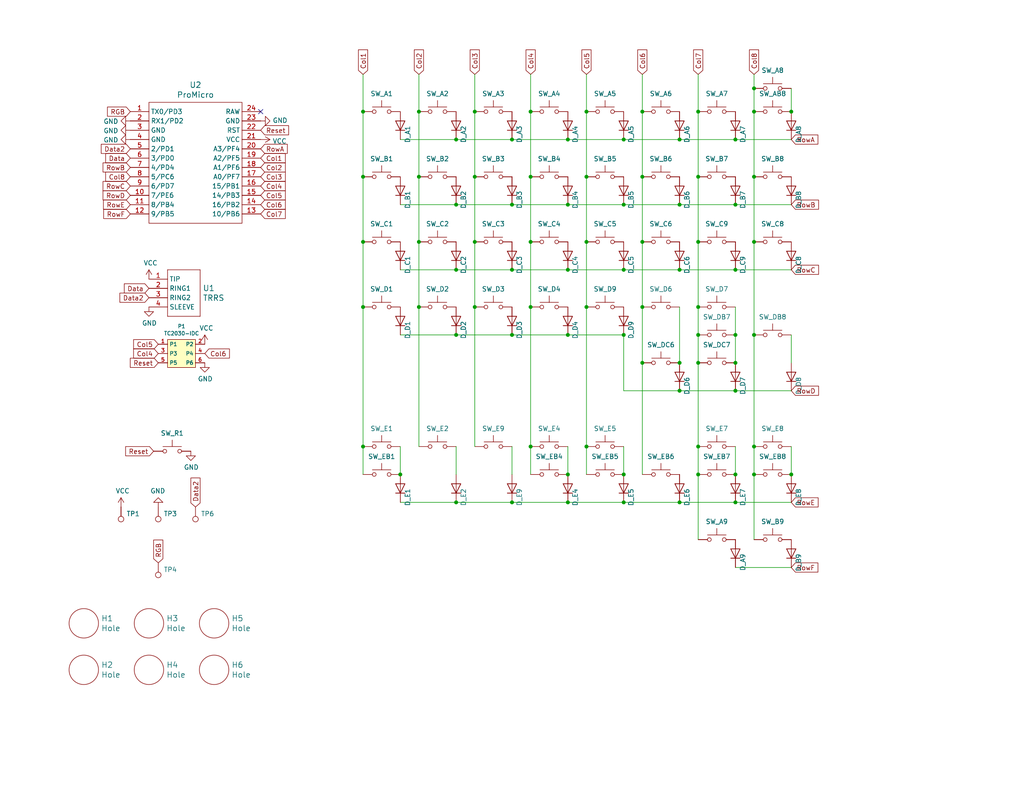
<source format=kicad_sch>
(kicad_sch (version 20230121) (generator eeschema)
  (paper "USLetter")
  (lib_symbols
    (symbol "Switch:SW_Push" (pin_numbers hide) (pin_names hide)
      (property "Reference" "SW" (at 1.27 2.54 0))
      (property "Value" "SW_Push" (at 0 -1.524 0))
      (symbol "SW_Push_0_1"
        (circle (center -2.032 0) (radius 0.508))
        (polyline (pts (xy 0 1.27) (xy 0 3.048)))
        (polyline (pts (xy 2.54 1.27) (xy -2.54 1.27)))
        (circle (center 2.032 0) (radius 0.508))
        (pin passive line (at -5.08 0 0) (length 2.54) (name "1") (number "1"))
        (pin passive line (at 5.08 0 180) (length 2.54) (name "2") (number "2"))
      )
    )
    (symbol "keebio:Hole"
      (property "Reference" "H" (at 0 -1.27 0))
      (property "Value" "Hole" (at 0 1.27 0))
      (symbol "Hole_0_1"
        (circle (center 0 0) (radius 4.0132))
      )
    )
    (symbol "keebio:ProMicro"
      (property "Reference" "U" (at 0 0 0))
      (property "Value" "ProMicro" (at 0 -19.05 0))
      (symbol "ProMicro_0_1"
        (rectangle (start -12.7 -16.51) (end 12.7 16.51))
      )
      (symbol "ProMicro_1_1"
        (pin input line (at -17.78 13.97 0) (length 5.08) (name "TX0/PD3") (number "1"))
        (pin input line (at -17.78 -8.89 0) (length 5.08) (name "7/PE6") (number "10"))
        (pin input line (at -17.78 -11.43 0) (length 5.08) (name "8/PB4") (number "11"))
        (pin input line (at -17.78 -13.97 0) (length 5.08) (name "9/PB5") (number "12"))
        (pin input line (at 17.78 -13.97 180) (length 5.08) (name "10/PB6") (number "13"))
        (pin input line (at 17.78 -11.43 180) (length 5.08) (name "16/PB2") (number "14"))
        (pin input line (at 17.78 -8.89 180) (length 5.08) (name "14/PB3") (number "15"))
        (pin input line (at 17.78 -6.35 180) (length 5.08) (name "15/PB1") (number "16"))
        (pin input line (at 17.78 -3.81 180) (length 5.08) (name "A0/PF7") (number "17"))
        (pin input line (at 17.78 -1.27 180) (length 5.08) (name "A1/PF6") (number "18"))
        (pin input line (at 17.78 1.27 180) (length 5.08) (name "A2/PF5") (number "19"))
        (pin input line (at -17.78 11.43 0) (length 5.08) (name "RX1/PD2") (number "2"))
        (pin input line (at 17.78 3.81 180) (length 5.08) (name "A3/PF4") (number "20"))
        (pin input line (at 17.78 6.35 180) (length 5.08) (name "VCC") (number "21"))
        (pin input line (at 17.78 8.89 180) (length 5.08) (name "RST") (number "22"))
        (pin input line (at 17.78 11.43 180) (length 5.08) (name "GND") (number "23"))
        (pin input line (at 17.78 13.97 180) (length 5.08) (name "RAW") (number "24"))
        (pin input line (at -17.78 8.89 0) (length 5.08) (name "GND") (number "3"))
        (pin input line (at -17.78 6.35 0) (length 5.08) (name "GND") (number "4"))
        (pin input line (at -17.78 3.81 0) (length 5.08) (name "2/PD1") (number "5"))
        (pin input line (at -17.78 1.27 0) (length 5.08) (name "3/PD0") (number "6"))
        (pin input line (at -17.78 -1.27 0) (length 5.08) (name "4/PD4") (number "7"))
        (pin input line (at -17.78 -3.81 0) (length 5.08) (name "5/PC6") (number "8"))
        (pin input line (at -17.78 -6.35 0) (length 5.08) (name "6/PD7") (number "9"))
      )
    )
    (symbol "power:GND" (power) (pin_names (offset 0))
      (property "Value" "GND" (at 0 -3.81 0))
      (symbol "GND_0_1"
        (polyline (pts (xy 0 0) (xy 0 -1.27) (xy 1.27 -1.27) (xy 0 -2.54) (xy -1.27 -1.27) (xy 0 -1.27)))
      )
      (symbol "GND_1_1"
        (pin power_in line (at 0 0 270) (length 0) hide (name "GND") (number "1"))
      )
    )
    (symbol "power:VCC" (power) (pin_names (offset 0))
      (property "Value" "VCC" (at 0 3.81 0))
      (symbol "VCC_0_1"
        (polyline (pts (xy -0.762 1.27) (xy 0 2.54)))
        (polyline (pts (xy 0 0) (xy 0 2.54)))
        (polyline (pts (xy 0 2.54) (xy 0.762 1.27)))
      )
      (symbol "VCC_1_1"
        (pin power_in line (at 0 0 90) (length 0) hide (name "VCC") (number "1"))
      )
    )
    (symbol "quefrency-right-65-rescue:D-device" (pin_numbers hide) (pin_names hide)
      (property "Reference" "D" (at 0 2.54 0))
      (property "Value" "D-device" (at 0 -2.54 0))
      (symbol "D-device_0_1"
        (polyline (pts (xy -1.27 1.27) (xy -1.27 -1.27)) (stroke (width 0.2032)))
        (polyline (pts (xy 1.27 0) (xy -1.27 0)))
        (polyline (pts (xy 1.27 1.27) (xy 1.27 -1.27) (xy -1.27 0) (xy 1.27 1.27)) (stroke (width 0.2032)))
      )
      (symbol "D-device_1_1"
        (pin passive line (at -3.81 0 0) (length 2.54) (name "K") (number "1"))
        (pin passive line (at 3.81 0 180) (length 2.54) (name "A") (number "2"))
      )
    )
    (symbol "quefrency-right-65-rescue:TC2030-IDC-Tag-Connect"
      (property "Reference" "P" (at -1.27 -5.08 0))
      (property "Value" "TC2030-IDC-Tag-Connect" (at 0 5.08 0))
      (symbol "TC2030-IDC-Tag-Connect_0_1"
        (rectangle (start 3.81 3.81) (end -3.81 -3.81) (fill (type background)))
      )
      (symbol "TC2030-IDC-Tag-Connect_1_1"
        (pin passive line (at -6.35 2.54 0) (length 2.54) (name "P1") (number "1"))
        (pin passive line (at 6.35 2.54 180) (length 2.54) (name "P2") (number "2"))
        (pin passive line (at -6.35 0 0) (length 2.54) (name "P3") (number "3"))
        (pin passive line (at 6.35 0 180) (length 2.54) (name "P4") (number "4"))
        (pin passive line (at -6.35 -2.54 0) (length 2.54) (name "P5") (number "5"))
        (pin passive line (at 6.35 -2.54 180) (length 2.54) (name "P6") (number "6"))
      )
    )
    (symbol "quefrency-right-65-rescue:TRRS-keebio"
      (property "Reference" "U" (at 0 15.24 0))
      (property "Value" "TRRS-keebio" (at 0 -2.54 0))
      (symbol "TRRS-keebio_0_1"
        (rectangle (start -3.81 0) (end -3.81 12.7))
        (rectangle (start -3.81 12.7) (end 5.08 12.7))
        (rectangle (start 5.08 0) (end -3.81 0))
        (rectangle (start 5.08 12.7) (end 5.08 0))
      )
      (symbol "TRRS-keebio_1_1"
        (pin input line (at -8.89 10.16 0) (length 5.08) (name "TIP") (number "1"))
        (pin input line (at -8.89 7.62 0) (length 5.08) (name "RING1") (number "2"))
        (pin input line (at -8.89 5.08 0) (length 5.08) (name "RING2") (number "3"))
        (pin input line (at -8.89 2.54 0) (length 5.08) (name "SLEEVE") (number "4"))
      )
    )
    (symbol "quefrency-right-65-rescue:Test_Point-Connector" (pin_numbers hide) (pin_names (offset 0.762) hide)
      (property "Reference" "TP" (at 0 6.858 0))
      (property "Value" "Test_Point-Connector" (at 0 5.08 0))
      (symbol "Test_Point-Connector_0_1"
        (circle (center 0 3.302) (radius 0.762))
      )
      (symbol "Test_Point-Connector_1_1"
        (pin passive line (at 0 0 90) (length 2.54) (name "1") (number "1"))
      )
    )
  )
  (junction (at 144.78 30.48))
  (junction (at 154.94 38.1))
  (junction (at 99.06 83.82))
  (junction (at 185.42 99.06))
  (junction (at 99.06 30.48))
  (junction (at 200.66 129.54))
  (junction (at 185.42 106.68))
  (junction (at 215.9 129.54))
  (junction (at 190.5 121.92))
  (junction (at 200.66 73.66))
  (junction (at 185.42 137.16))
  (junction (at 124.46 55.88))
  (junction (at 124.46 38.1))
  (junction (at 170.18 73.66))
  (junction (at 99.06 66.04))
  (junction (at 129.54 48.26))
  (junction (at 139.7 55.88))
  (junction (at 124.46 73.66))
  (junction (at 99.06 48.26))
  (junction (at 190.5 48.26))
  (junction (at 205.74 24.13))
  (junction (at 200.66 137.16))
  (junction (at 160.02 48.26))
  (junction (at 144.78 66.04))
  (junction (at 185.42 73.66))
  (junction (at 139.7 38.1))
  (junction (at 154.94 129.54))
  (junction (at 190.5 66.04))
  (junction (at 139.7 137.16))
  (junction (at 154.94 73.66))
  (junction (at 170.18 137.16))
  (junction (at 175.26 66.04))
  (junction (at 99.06 121.92))
  (junction (at 205.74 121.92))
  (junction (at 124.46 137.16))
  (junction (at 129.54 83.82))
  (junction (at 114.3 48.26))
  (junction (at 205.74 91.44))
  (junction (at 185.42 38.1))
  (junction (at 114.3 30.48))
  (junction (at 205.74 48.26))
  (junction (at 154.94 137.16))
  (junction (at 170.18 38.1))
  (junction (at 190.5 30.48))
  (junction (at 160.02 121.92))
  (junction (at 114.3 83.82))
  (junction (at 160.02 66.04))
  (junction (at 144.78 83.82))
  (junction (at 144.78 48.26))
  (junction (at 190.5 99.06))
  (junction (at 139.7 91.44))
  (junction (at 190.5 83.82))
  (junction (at 175.26 99.06))
  (junction (at 200.66 99.06))
  (junction (at 205.74 30.48))
  (junction (at 160.02 83.82))
  (junction (at 175.26 83.82))
  (junction (at 200.66 38.1))
  (junction (at 154.94 91.44))
  (junction (at 139.7 73.66))
  (junction (at 170.18 55.88))
  (junction (at 170.18 91.44))
  (junction (at 185.42 55.88))
  (junction (at 205.74 129.54))
  (junction (at 200.66 55.88))
  (junction (at 200.66 106.68))
  (junction (at 190.5 91.44))
  (junction (at 114.3 66.04))
  (junction (at 160.02 30.48))
  (junction (at 190.5 129.54))
  (junction (at 129.54 66.04))
  (junction (at 170.18 129.54))
  (junction (at 175.26 48.26))
  (junction (at 215.9 30.48))
  (junction (at 200.66 91.44))
  (junction (at 144.78 121.92))
  (junction (at 124.46 91.44))
  (junction (at 175.26 30.48))
  (junction (at 129.54 30.48))
  (junction (at 154.94 55.88))
  (junction (at 109.22 129.54))
  (junction (at 205.74 66.04))
  (no_connect (at 71.12 30.48))
  (wire (pts (xy 160.02 121.92) (xy 160.02 83.82)))
  (wire (pts (xy 185.42 106.68) (xy 200.66 106.68)))
  (wire (pts (xy 144.78 121.92) (xy 144.78 83.82)))
  (wire (pts (xy 129.54 66.04) (xy 129.54 48.26)))
  (wire (pts (xy 144.78 66.04) (xy 144.78 48.26)))
  (wire (pts (xy 129.54 30.48) (xy 129.54 20.32)))
  (wire (pts (xy 175.26 66.04) (xy 175.26 48.26)))
  (wire (pts (xy 154.94 38.1) (xy 139.7 38.1)))
  (wire (pts (xy 170.18 91.44) (xy 170.18 106.68)))
  (wire (pts (xy 185.42 55.88) (xy 200.66 55.88)))
  (wire (pts (xy 175.26 83.82) (xy 175.26 99.06)))
  (wire (pts (xy 124.46 73.66) (xy 139.7 73.66)))
  (wire (pts (xy 144.78 48.26) (xy 144.78 30.48)))
  (wire (pts (xy 160.02 83.82) (xy 160.02 66.04)))
  (wire (pts (xy 109.22 121.92) (xy 109.22 129.54)))
  (wire (pts (xy 205.74 66.04) (xy 205.74 91.44)))
  (wire (pts (xy 129.54 48.26) (xy 129.54 30.48)))
  (wire (pts (xy 109.22 55.88) (xy 124.46 55.88)))
  (wire (pts (xy 215.9 30.48) (xy 215.9 24.13)))
  (wire (pts (xy 99.06 30.48) (xy 99.06 20.32)))
  (wire (pts (xy 190.5 121.92) (xy 190.5 99.06)))
  (wire (pts (xy 154.94 137.16) (xy 170.18 137.16)))
  (wire (pts (xy 114.3 66.04) (xy 114.3 48.26)))
  (wire (pts (xy 190.5 30.48) (xy 190.5 20.32)))
  (wire (pts (xy 200.66 106.68) (xy 215.9 106.68)))
  (wire (pts (xy 124.46 137.16) (xy 139.7 137.16)))
  (wire (pts (xy 160.02 66.04) (xy 160.02 48.26)))
  (wire (pts (xy 124.46 121.92) (xy 124.46 129.54)))
  (wire (pts (xy 205.74 147.32) (xy 205.74 129.54)))
  (wire (pts (xy 200.66 154.94) (xy 215.9 154.94)))
  (wire (pts (xy 160.02 129.54) (xy 160.02 121.92)))
  (wire (pts (xy 99.06 83.82) (xy 99.06 121.92)))
  (wire (pts (xy 170.18 137.16) (xy 185.42 137.16)))
  (wire (pts (xy 124.46 38.1) (xy 109.22 38.1)))
  (wire (pts (xy 170.18 38.1) (xy 154.94 38.1)))
  (wire (pts (xy 205.74 48.26) (xy 205.74 30.48)))
  (wire (pts (xy 175.26 30.48) (xy 175.26 20.32)))
  (wire (pts (xy 129.54 83.82) (xy 129.54 66.04)))
  (wire (pts (xy 139.7 129.54) (xy 139.7 121.92)))
  (wire (pts (xy 99.06 48.26) (xy 99.06 30.48)))
  (wire (pts (xy 200.66 129.54) (xy 200.66 121.92)))
  (wire (pts (xy 200.66 38.1) (xy 215.9 38.1)))
  (wire (pts (xy 190.5 147.32) (xy 190.5 129.54)))
  (wire (pts (xy 124.46 91.44) (xy 139.7 91.44)))
  (wire (pts (xy 109.22 137.16) (xy 124.46 137.16)))
  (wire (pts (xy 114.3 66.04) (xy 114.3 83.82)))
  (wire (pts (xy 99.06 66.04) (xy 99.06 83.82)))
  (wire (pts (xy 154.94 129.54) (xy 154.94 121.92)))
  (wire (pts (xy 175.26 99.06) (xy 175.26 129.54)))
  (wire (pts (xy 215.9 129.54) (xy 215.9 121.92)))
  (wire (pts (xy 185.42 137.16) (xy 200.66 137.16)))
  (wire (pts (xy 205.74 91.44) (xy 205.74 121.92)))
  (wire (pts (xy 190.5 83.82) (xy 190.5 91.44)))
  (wire (pts (xy 109.22 73.66) (xy 124.46 73.66)))
  (wire (pts (xy 160.02 30.48) (xy 160.02 20.32)))
  (wire (pts (xy 154.94 73.66) (xy 170.18 73.66)))
  (wire (pts (xy 200.66 91.44) (xy 200.66 99.06)))
  (wire (pts (xy 124.46 55.88) (xy 139.7 55.88)))
  (wire (pts (xy 144.78 83.82) (xy 144.78 66.04)))
  (wire (pts (xy 114.3 121.92) (xy 114.3 83.82)))
  (wire (pts (xy 144.78 30.48) (xy 144.78 20.32)))
  (wire (pts (xy 99.06 129.54) (xy 99.06 121.92)))
  (wire (pts (xy 215.9 91.44) (xy 215.9 99.06)))
  (wire (pts (xy 139.7 137.16) (xy 154.94 137.16)))
  (wire (pts (xy 170.18 55.88) (xy 185.42 55.88)))
  (wire (pts (xy 200.66 83.82) (xy 200.66 91.44)))
  (wire (pts (xy 190.5 83.82) (xy 190.5 66.04)))
  (wire (pts (xy 185.42 38.1) (xy 170.18 38.1)))
  (wire (pts (xy 144.78 129.54) (xy 144.78 121.92)))
  (wire (pts (xy 139.7 55.88) (xy 154.94 55.88)))
  (wire (pts (xy 205.74 66.04) (xy 205.74 48.26)))
  (wire (pts (xy 185.42 83.82) (xy 185.42 99.06)))
  (wire (pts (xy 129.54 121.92) (xy 129.54 83.82)))
  (wire (pts (xy 139.7 38.1) (xy 124.46 38.1)))
  (wire (pts (xy 190.5 48.26) (xy 190.5 30.48)))
  (wire (pts (xy 205.74 24.13) (xy 205.74 20.32)))
  (wire (pts (xy 154.94 91.44) (xy 170.18 91.44)))
  (wire (pts (xy 175.26 83.82) (xy 175.26 66.04)))
  (wire (pts (xy 200.66 137.16) (xy 215.9 137.16)))
  (wire (pts (xy 185.42 73.66) (xy 200.66 73.66)))
  (wire (pts (xy 200.66 38.1) (xy 185.42 38.1)))
  (wire (pts (xy 154.94 55.88) (xy 170.18 55.88)))
  (wire (pts (xy 114.3 30.48) (xy 114.3 20.32)))
  (wire (pts (xy 170.18 129.54) (xy 170.18 121.92)))
  (wire (pts (xy 170.18 73.66) (xy 185.42 73.66)))
  (wire (pts (xy 109.22 91.44) (xy 124.46 91.44)))
  (wire (pts (xy 190.5 99.06) (xy 190.5 91.44)))
  (wire (pts (xy 114.3 48.26) (xy 114.3 30.48)))
  (wire (pts (xy 190.5 129.54) (xy 190.5 121.92)))
  (wire (pts (xy 99.06 48.26) (xy 99.06 66.04)))
  (wire (pts (xy 200.66 55.88) (xy 215.9 55.88)))
  (wire (pts (xy 160.02 48.26) (xy 160.02 30.48)))
  (wire (pts (xy 175.26 48.26) (xy 175.26 30.48)))
  (wire (pts (xy 205.74 129.54) (xy 205.74 121.92)))
  (wire (pts (xy 170.18 106.68) (xy 185.42 106.68)))
  (wire (pts (xy 139.7 73.66) (xy 154.94 73.66)))
  (wire (pts (xy 200.66 73.66) (xy 215.9 73.66)))
  (wire (pts (xy 190.5 66.04) (xy 190.5 48.26)))
  (wire (pts (xy 205.74 24.13) (xy 205.74 30.48)))
  (wire (pts (xy 139.7 91.44) (xy 154.94 91.44)))
  (global_label "RGB" (shape input) (at 43.18 153.67 90) (property "Intersheetrefs" "${INTERSHEET_REFS}" (effects hide)))
  (global_label "RowB" (shape input) (at 35.56 45.72 180) (property "Intersheetrefs" "${INTERSHEET_REFS}" (effects hide)))
  (global_label "Col2" (shape input) (at 114.3 20.32 90) (property "Intersheetrefs" "${INTERSHEET_REFS}" (effects hide)))
  (global_label "RowF" (shape input) (at 35.56 58.42 180) (property "Intersheetrefs" "${INTERSHEET_REFS}" (effects hide)))
  (global_label "RowC" (shape input) (at 35.56 50.8 180) (property "Intersheetrefs" "${INTERSHEET_REFS}" (effects hide)))
  (global_label "RowD" (shape input) (at 35.56 53.34 180) (property "Intersheetrefs" "${INTERSHEET_REFS}" (effects hide)))
  (global_label "Data" (shape input) (at 35.56 43.18 180) (property "Intersheetrefs" "${INTERSHEET_REFS}" (effects hide)))
  (global_label "Col8" (shape input) (at 205.74 20.32 90) (property "Intersheetrefs" "${INTERSHEET_REFS}" (effects hide)))
  (global_label "RowE" (shape input) (at 215.9 137.16 0) (property "Intersheetrefs" "${INTERSHEET_REFS}" (effects hide)))
  (global_label "Col4" (shape input) (at 43.18 96.52 180) (property "Intersheetrefs" "${INTERSHEET_REFS}" (effects hide)))
  (global_label "Col6" (shape input) (at 71.12 55.88 0) (property "Intersheetrefs" "${INTERSHEET_REFS}" (effects hide)))
  (global_label "Col7" (shape input) (at 71.12 58.42 0) (property "Intersheetrefs" "${INTERSHEET_REFS}" (effects hide)))
  (global_label "RowF" (shape input) (at 215.9 154.94 0) (property "Intersheetrefs" "${INTERSHEET_REFS}" (effects hide)))
  (global_label "Data2" (shape input) (at 35.56 40.64 180) (property "Intersheetrefs" "${INTERSHEET_REFS}" (effects hide)))
  (global_label "Col1" (shape input) (at 71.12 43.18 0) (property "Intersheetrefs" "${INTERSHEET_REFS}" (effects hide)))
  (global_label "Col2" (shape input) (at 71.12 45.72 0) (property "Intersheetrefs" "${INTERSHEET_REFS}" (effects hide)))
  (global_label "Data2" (shape input) (at 40.64 81.28 180) (property "Intersheetrefs" "${INTERSHEET_REFS}" (effects hide)))
  (global_label "RowB" (shape input) (at 215.9 55.88 0) (property "Intersheetrefs" "${INTERSHEET_REFS}" (effects hide)))
  (global_label "Data2" (shape input) (at 53.34 138.43 90) (property "Intersheetrefs" "${INTERSHEET_REFS}" (effects hide)))
  (global_label "RowC" (shape input) (at 215.9 73.66 0) (property "Intersheetrefs" "${INTERSHEET_REFS}" (effects hide)))
  (global_label "Col6" (shape input) (at 55.88 96.52 0) (property "Intersheetrefs" "${INTERSHEET_REFS}" (effects hide)))
  (global_label "Col3" (shape input) (at 71.12 48.26 0) (property "Intersheetrefs" "${INTERSHEET_REFS}" (effects hide)))
  (global_label "Reset" (shape input) (at 41.91 123.19 180) (property "Intersheetrefs" "${INTERSHEET_REFS}" (effects hide)))
  (global_label "Data" (shape input) (at 40.64 78.74 180) (property "Intersheetrefs" "${INTERSHEET_REFS}" (effects hide)))
  (global_label "Reset" (shape input) (at 43.18 99.06 180) (property "Intersheetrefs" "${INTERSHEET_REFS}" (effects hide)))
  (global_label "Col1" (shape input) (at 99.06 20.32 90) (property "Intersheetrefs" "${INTERSHEET_REFS}" (effects hide)))
  (global_label "RowD" (shape input) (at 215.9 106.68 0) (property "Intersheetrefs" "${INTERSHEET_REFS}" (effects hide)))
  (global_label "Col6" (shape input) (at 175.26 20.32 90) (property "Intersheetrefs" "${INTERSHEET_REFS}" (effects hide)))
  (global_label "RowA" (shape input) (at 71.12 40.64 0) (property "Intersheetrefs" "${INTERSHEET_REFS}" (effects hide)))
  (global_label "Col8" (shape input) (at 35.56 48.26 180) (property "Intersheetrefs" "${INTERSHEET_REFS}" (effects hide)))
  (global_label "Col4" (shape input) (at 71.12 50.8 0) (property "Intersheetrefs" "${INTERSHEET_REFS}" (effects hide)))
  (global_label "Reset" (shape input) (at 71.12 35.56 0) (property "Intersheetrefs" "${INTERSHEET_REFS}" (effects hide)))
  (global_label "RGB" (shape input) (at 35.56 30.48 180) (property "Intersheetrefs" "${INTERSHEET_REFS}" (effects hide)))
  (global_label "Col5" (shape input) (at 43.18 93.98 180) (property "Intersheetrefs" "${INTERSHEET_REFS}" (effects hide)))
  (global_label "RowE" (shape input) (at 35.56 55.88 180) (property "Intersheetrefs" "${INTERSHEET_REFS}" (effects hide)))
  (global_label "Col3" (shape input) (at 129.54 20.32 90) (property "Intersheetrefs" "${INTERSHEET_REFS}" (effects hide)))
  (global_label "Col5" (shape input) (at 71.12 53.34 0) (property "Intersheetrefs" "${INTERSHEET_REFS}" (effects hide)))
  (global_label "Col5" (shape input) (at 160.02 20.32 90) (property "Intersheetrefs" "${INTERSHEET_REFS}" (effects hide)))
  (global_label "RowA" (shape input) (at 215.9 38.1 0) (property "Intersheetrefs" "${INTERSHEET_REFS}" (effects hide)))
  (global_label "Col7" (shape input) (at 190.5 20.32 90) (property "Intersheetrefs" "${INTERSHEET_REFS}" (effects hide)))
  (global_label "Col4" (shape input) (at 144.78 20.32 90) (property "Intersheetrefs" "${INTERSHEET_REFS}" (effects hide)))
  (symbol (lib_id "keebio:ProMicro") (at 53.34 44.45 0) (unit 1)
    (property "Reference" "U2" (at 53.34 23.1902 0) (effects (font (size 1.524 1.524))))
    (property "Value" "ProMicro" (at 53.34 25.8826 0) (effects (font (size 1.524 1.524))))
    (property "Footprint" "Keebio-Parts:ArduinoProMicro-ZigZag" (effects hide))
  )
  (symbol (lib_id "quefrency-right-65-rescue:TRRS-keebio") (at 49.53 86.36 0) (unit 1)
    (property "Reference" "U1" (at 55.3212 78.6638 0) (effects (font (size 1.524 1.524)) (justify left)))
    (property "Value" "TRRS" (at 55.3212 81.3562 0) (effects (font (size 1.524 1.524)) (justify left)))
    (property "Footprint" "Keebio-Parts:TRRS-PJ-320A" (effects hide))
  )
  (symbol (lib_id "quefrency-right-65-rescue:TC2030-IDC-Tag-Connect") (at 49.53 96.52 0) (unit 1)
    (property "Reference" "P1" (at 49.53 89.1032 0) (effects (font (size 1.016 1.016))))
    (property "Value" "TC2030-IDC" (at 49.53 91.0336 0) (effects (font (size 1.016 1.016))))
    (property "Footprint" "Tag-Connect:TC2030-NL_SMALL" (effects hide))
  )
  (symbol (lib_id "power:GND") (at 35.56 35.56 270) (unit 1)
    (property "Reference" "#PWR0102" (effects hide))
    (property "Value" "GND" (at 32.3088 35.687 90) (effects (justify right)))
  )
  (symbol (lib_id "power:GND") (at 35.56 38.1 270) (unit 1)
    (property "Reference" "#PWR0103" (effects hide))
    (property "Value" "GND" (at 32.3088 38.227 90) (effects (justify right)))
  )
  (symbol (lib_id "Switch:SW_Push") (at 104.14 30.48 0) (unit 1)
    (property "Reference" "SW_A1" (at 104.14 25.5778 0))
    (property "Value" "SW_Push" (effects hide))
    (property "Footprint" "MX_Alps_Hybrid:MX-1U-NoLED" (effects hide))
  )
  (symbol (lib_id "quefrency-right-65-rescue:D-device") (at 109.22 34.29 90) (unit 1)
    (property "Reference" "D_A1" (at 111.2266 34.29 0) (effects (justify right)))
    (property "Value" "D" (effects hide))
    (property "Footprint" "Keebio-Parts:Diode-Hybrid-Back" (effects hide))
  )
  (symbol (lib_id "Switch:SW_Push") (at 119.38 30.48 0) (unit 1)
    (property "Reference" "SW_A2" (at 119.38 25.5778 0))
    (property "Value" "SW_Push" (effects hide))
    (property "Footprint" "MX_Alps_Hybrid:MX-1U-NoLED" (effects hide))
  )
  (symbol (lib_id "quefrency-right-65-rescue:D-device") (at 124.46 34.29 90) (unit 1)
    (property "Reference" "D_A2" (at 126.4666 34.29 0) (effects (justify right)))
    (property "Value" "D" (effects hide))
    (property "Footprint" "Keebio-Parts:Diode-Hybrid-Back" (effects hide))
  )
  (symbol (lib_id "Switch:SW_Push") (at 134.62 30.48 0) (unit 1)
    (property "Reference" "SW_A3" (at 134.62 25.5778 0))
    (property "Value" "SW_Push" (effects hide))
    (property "Footprint" "MX_Alps_Hybrid:MX-1U-NoLED" (effects hide))
  )
  (symbol (lib_id "quefrency-right-65-rescue:D-device") (at 139.7 34.29 90) (unit 1)
    (property "Reference" "D_A3" (at 141.7066 34.29 0) (effects (justify right)))
    (property "Value" "D" (effects hide))
    (property "Footprint" "Keebio-Parts:Diode-Hybrid-Back" (effects hide))
  )
  (symbol (lib_id "Switch:SW_Push") (at 149.86 30.48 0) (unit 1)
    (property "Reference" "SW_A4" (at 149.86 25.5778 0))
    (property "Value" "SW_Push" (effects hide))
    (property "Footprint" "MX_Alps_Hybrid:MX-1U-NoLED" (effects hide))
  )
  (symbol (lib_id "quefrency-right-65-rescue:D-device") (at 154.94 34.29 90) (unit 1)
    (property "Reference" "D_A4" (at 156.9466 34.29 0) (effects (justify right)))
    (property "Value" "D" (effects hide))
    (property "Footprint" "Keebio-Parts:Diode-Hybrid-Back" (effects hide))
  )
  (symbol (lib_id "Switch:SW_Push") (at 165.1 30.48 0) (unit 1)
    (property "Reference" "SW_A5" (at 165.1 25.5778 0))
    (property "Value" "SW_Push" (effects hide))
    (property "Footprint" "MX_Alps_Hybrid:MX-1U-NoLED" (effects hide))
  )
  (symbol (lib_id "quefrency-right-65-rescue:D-device") (at 170.18 34.29 90) (unit 1)
    (property "Reference" "D_A5" (at 172.1866 34.29 0) (effects (justify right)))
    (property "Value" "D" (effects hide))
    (property "Footprint" "Keebio-Parts:Diode-Hybrid-Back" (effects hide))
  )
  (symbol (lib_id "Switch:SW_Push") (at 180.34 30.48 0) (unit 1)
    (property "Reference" "SW_A6" (at 180.34 25.5778 0))
    (property "Value" "SW_Push" (effects hide))
    (property "Footprint" "MX_Alps_Hybrid:MX-1U-NoLED" (effects hide))
  )
  (symbol (lib_id "quefrency-right-65-rescue:D-device") (at 185.42 34.29 90) (unit 1)
    (property "Reference" "D_A6" (at 187.4266 34.29 0) (effects (justify right)))
    (property "Value" "D" (effects hide))
    (property "Footprint" "Keebio-Parts:Diode-Hybrid-Back" (effects hide))
  )
  (symbol (lib_id "Switch:SW_Push") (at 195.58 30.48 0) (unit 1)
    (property "Reference" "SW_A7" (at 195.58 25.5778 0))
    (property "Value" "SW_Push" (effects hide))
    (property "Footprint" "MX_Alps_Hybrid:MX-1U-NoLED" (effects hide))
  )
  (symbol (lib_id "quefrency-right-65-rescue:D-device") (at 200.66 34.29 90) (unit 1)
    (property "Reference" "D_A7" (at 202.6666 34.29 0) (effects (justify right)))
    (property "Value" "D" (effects hide))
    (property "Footprint" "Keebio-Parts:Diode-Hybrid-Back" (effects hide))
  )
  (symbol (lib_id "Switch:SW_Push") (at 104.14 48.26 0) (unit 1)
    (property "Reference" "SW_B1" (at 104.14 43.3578 0))
    (property "Value" "SW_Push" (effects hide))
    (property "Footprint" "MX_Alps_Hybrid:MX-1U-NoLED" (effects hide))
  )
  (symbol (lib_id "quefrency-right-65-rescue:D-device") (at 109.22 52.07 90) (unit 1)
    (property "Reference" "D_B1" (at 111.2266 52.07 0) (effects (justify right)))
    (property "Value" "D" (effects hide))
    (property "Footprint" "Keebio-Parts:Diode-Hybrid-Back" (effects hide))
  )
  (symbol (lib_id "Switch:SW_Push") (at 119.38 48.26 0) (unit 1)
    (property "Reference" "SW_B2" (at 119.38 43.3578 0))
    (property "Value" "SW_Push" (effects hide))
    (property "Footprint" "MX_Alps_Hybrid:MX-1U-NoLED" (effects hide))
  )
  (symbol (lib_id "quefrency-right-65-rescue:D-device") (at 124.46 52.07 90) (unit 1)
    (property "Reference" "D_B2" (at 126.4666 52.07 0) (effects (justify right)))
    (property "Value" "D" (effects hide))
    (property "Footprint" "Keebio-Parts:Diode-Hybrid-Back" (effects hide))
  )
  (symbol (lib_id "Switch:SW_Push") (at 134.62 48.26 0) (unit 1)
    (property "Reference" "SW_B3" (at 134.62 43.3578 0))
    (property "Value" "SW_Push" (effects hide))
    (property "Footprint" "MX_Alps_Hybrid:MX-1U-NoLED" (effects hide))
  )
  (symbol (lib_id "quefrency-right-65-rescue:D-device") (at 139.7 52.07 90) (unit 1)
    (property "Reference" "D_B3" (at 141.7066 52.07 0) (effects (justify right)))
    (property "Value" "D" (effects hide))
    (property "Footprint" "Keebio-Parts:Diode-Hybrid-Back" (effects hide))
  )
  (symbol (lib_id "Switch:SW_Push") (at 149.86 48.26 0) (unit 1)
    (property "Reference" "SW_B4" (at 149.86 43.3578 0))
    (property "Value" "SW_Push" (effects hide))
    (property "Footprint" "MX_Alps_Hybrid:MX-1U-NoLED" (effects hide))
  )
  (symbol (lib_id "quefrency-right-65-rescue:D-device") (at 154.94 52.07 90) (unit 1)
    (property "Reference" "D_B4" (at 156.9466 52.07 0) (effects (justify right)))
    (property "Value" "D" (effects hide))
    (property "Footprint" "Keebio-Parts:Diode-Hybrid-Back" (effects hide))
  )
  (symbol (lib_id "Switch:SW_Push") (at 165.1 48.26 0) (unit 1)
    (property "Reference" "SW_B5" (at 165.1 43.3578 0))
    (property "Value" "SW_Push" (effects hide))
    (property "Footprint" "MX_Alps_Hybrid:MX-1U-NoLED" (effects hide))
  )
  (symbol (lib_id "quefrency-right-65-rescue:D-device") (at 170.18 52.07 90) (unit 1)
    (property "Reference" "D_B5" (at 172.1866 52.07 0) (effects (justify right)))
    (property "Value" "D" (effects hide))
    (property "Footprint" "Keebio-Parts:Diode-Hybrid-Back" (effects hide))
  )
  (symbol (lib_id "Switch:SW_Push") (at 180.34 48.26 0) (unit 1)
    (property "Reference" "SW_B6" (at 180.34 43.3578 0))
    (property "Value" "SW_Push" (effects hide))
    (property "Footprint" "MX_Alps_Hybrid:MX-1U-NoLED" (effects hide))
  )
  (symbol (lib_id "quefrency-right-65-rescue:D-device") (at 185.42 52.07 90) (unit 1)
    (property "Reference" "D_B6" (at 187.4266 52.07 0) (effects (justify right)))
    (property "Value" "D" (effects hide))
    (property "Footprint" "Keebio-Parts:Diode-Hybrid-Back" (effects hide))
  )
  (symbol (lib_id "Switch:SW_Push") (at 104.14 66.04 0) (unit 1)
    (property "Reference" "SW_C1" (at 104.14 61.1378 0))
    (property "Value" "SW_Push" (effects hide))
    (property "Footprint" "MX_Alps_Hybrid:MX-1U-NoLED" (effects hide))
  )
  (symbol (lib_id "quefrency-right-65-rescue:D-device") (at 109.22 69.85 90) (unit 1)
    (property "Reference" "D_C1" (at 111.2266 69.85 0) (effects (justify right)))
    (property "Value" "D" (effects hide))
    (property "Footprint" "Keebio-Parts:Diode-Hybrid-Back" (effects hide))
  )
  (symbol (lib_id "Switch:SW_Push") (at 119.38 66.04 0) (unit 1)
    (property "Reference" "SW_C2" (at 119.38 61.1378 0))
    (property "Value" "SW_Push" (effects hide))
    (property "Footprint" "MX_Alps_Hybrid:MX-1U-NoLED" (effects hide))
  )
  (symbol (lib_id "quefrency-right-65-rescue:D-device") (at 124.46 69.85 90) (unit 1)
    (property "Reference" "D_C2" (at 126.4666 69.85 0) (effects (justify right)))
    (property "Value" "D" (effects hide))
    (property "Footprint" "Keebio-Parts:Diode-Hybrid-Back" (effects hide))
  )
  (symbol (lib_id "Switch:SW_Push") (at 134.62 66.04 0) (unit 1)
    (property "Reference" "SW_C3" (at 134.62 61.1378 0))
    (property "Value" "SW_Push" (effects hide))
    (property "Footprint" "MX_Alps_Hybrid:MX-1U-NoLED" (effects hide))
  )
  (symbol (lib_id "quefrency-right-65-rescue:D-device") (at 139.7 69.85 90) (unit 1)
    (property "Reference" "D_C3" (at 141.7066 69.85 0) (effects (justify right)))
    (property "Value" "D" (effects hide))
    (property "Footprint" "Keebio-Parts:Diode-Hybrid-Back" (effects hide))
  )
  (symbol (lib_id "Switch:SW_Push") (at 149.86 66.04 0) (unit 1)
    (property "Reference" "SW_C4" (at 149.86 61.1378 0))
    (property "Value" "SW_Push" (effects hide))
    (property "Footprint" "MX_Alps_Hybrid:MX-1U-NoLED" (effects hide))
  )
  (symbol (lib_id "quefrency-right-65-rescue:D-device") (at 154.94 69.85 90) (unit 1)
    (property "Reference" "D_C4" (at 156.9466 69.85 0) (effects (justify right)))
    (property "Value" "D" (effects hide))
    (property "Footprint" "Keebio-Parts:Diode-Hybrid-Back" (effects hide))
  )
  (symbol (lib_id "Switch:SW_Push") (at 165.1 66.04 0) (unit 1)
    (property "Reference" "SW_C5" (at 165.1 61.1378 0))
    (property "Value" "SW_Push" (effects hide))
    (property "Footprint" "MX_Alps_Hybrid:MX-1U-NoLED" (effects hide))
  )
  (symbol (lib_id "quefrency-right-65-rescue:D-device") (at 170.18 69.85 90) (unit 1)
    (property "Reference" "D_C5" (at 172.1866 69.85 0) (effects (justify right)))
    (property "Value" "D" (effects hide))
    (property "Footprint" "Keebio-Parts:Diode-Hybrid-Back" (effects hide))
  )
  (symbol (lib_id "Switch:SW_Push") (at 180.34 66.04 0) (unit 1)
    (property "Reference" "SW_C6" (at 180.34 61.1378 0))
    (property "Value" "SW_Push" (effects hide))
    (property "Footprint" "MX_Alps_Hybrid:MX-1U-NoLED" (effects hide))
  )
  (symbol (lib_id "quefrency-right-65-rescue:D-device") (at 185.42 69.85 90) (unit 1)
    (property "Reference" "D_C6" (at 187.4266 69.85 0) (effects (justify right)))
    (property "Value" "D" (effects hide))
    (property "Footprint" "Keebio-Parts:Diode-Hybrid-Back" (effects hide))
  )
  (symbol (lib_id "Switch:SW_Push") (at 104.14 83.82 0) (unit 1)
    (property "Reference" "SW_D1" (at 104.14 78.9178 0))
    (property "Value" "SW_Push" (effects hide))
    (property "Footprint" "MX_Alps_Hybrid:MX-1U-NoLED" (effects hide))
  )
  (symbol (lib_id "quefrency-right-65-rescue:D-device") (at 109.22 87.63 90) (unit 1)
    (property "Reference" "D_D1" (at 111.2266 87.63 0) (effects (justify right)))
    (property "Value" "D" (effects hide))
    (property "Footprint" "Keebio-Parts:Diode-Hybrid-Back" (effects hide))
  )
  (symbol (lib_id "Switch:SW_Push") (at 134.62 83.82 0) (unit 1)
    (property "Reference" "SW_D3" (at 134.62 78.9178 0))
    (property "Value" "SW_Push" (effects hide))
    (property "Footprint" "MX_Alps_Hybrid:MX-1U-NoLED" (effects hide))
  )
  (symbol (lib_id "quefrency-right-65-rescue:D-device") (at 139.7 87.63 90) (unit 1)
    (property "Reference" "D_D3" (at 141.7066 87.63 0) (effects (justify right)))
    (property "Value" "D" (effects hide))
    (property "Footprint" "Keebio-Parts:Diode-Hybrid-Back" (effects hide))
  )
  (symbol (lib_id "Switch:SW_Push") (at 149.86 83.82 0) (unit 1)
    (property "Reference" "SW_D4" (at 149.86 78.9178 0))
    (property "Value" "SW_Push" (effects hide))
    (property "Footprint" "MX_Alps_Hybrid:MX-1U-NoLED" (effects hide))
  )
  (symbol (lib_id "quefrency-right-65-rescue:D-device") (at 154.94 87.63 90) (unit 1)
    (property "Reference" "D_D4" (at 156.9466 87.63 0) (effects (justify right)))
    (property "Value" "D" (effects hide))
    (property "Footprint" "Keebio-Parts:Diode-Hybrid-Back" (effects hide))
  )
  (symbol (lib_id "Switch:SW_Push") (at 210.82 91.44 0) (unit 1)
    (property "Reference" "SW_DB8" (at 210.82 86.5378 0))
    (property "Value" "SW_Push" (effects hide))
    (property "Footprint" "MX_Alps_Hybrid:MX-1U-NoLED" (effects hide))
  )
  (symbol (lib_id "quefrency-right-65-rescue:D-device") (at 215.9 102.87 90) (unit 1)
    (property "Reference" "D_D8" (at 217.9066 102.87 0) (effects (justify right)))
    (property "Value" "D" (effects hide))
    (property "Footprint" "Keebio-Parts:Diode-Hybrid-Back" (effects hide))
  )
  (symbol (lib_id "Switch:SW_Push") (at 180.34 83.82 0) (unit 1)
    (property "Reference" "SW_D6" (at 180.34 78.9178 0))
    (property "Value" "SW_Push" (effects hide))
    (property "Footprint" "MX_Alps_Hybrid:MX-1U-NoLED" (effects hide))
  )
  (symbol (lib_id "quefrency-right-65-rescue:D-device") (at 185.42 102.87 90) (unit 1)
    (property "Reference" "D_D6" (at 187.4266 102.87 0) (effects (justify right)))
    (property "Value" "D" (effects hide))
    (property "Footprint" "Keebio-Parts:Diode-Hybrid-Back" (effects hide))
  )
  (symbol (lib_id "Switch:SW_Push") (at 104.14 121.92 0) (unit 1)
    (property "Reference" "SW_E1" (at 104.14 117.0178 0))
    (property "Value" "SW_Push" (effects hide))
    (property "Footprint" "MX_Alps_Hybrid:MX-2.75U-ReversedStabilizers-NoLED" (effects hide))
  )
  (symbol (lib_id "quefrency-right-65-rescue:D-device") (at 109.22 133.35 90) (unit 1)
    (property "Reference" "D_E1" (at 111.2266 133.35 0) (effects (justify right)))
    (property "Value" "D" (effects hide))
    (property "Footprint" "Keebio-Parts:Diode-Hybrid-Back" (effects hide))
  )
  (symbol (lib_id "Switch:SW_Push") (at 195.58 83.82 0) (mirror y) (unit 1)
    (property "Reference" "SW_D7" (at 195.58 78.9178 0))
    (property "Value" "SW_Push" (effects hide))
    (property "Footprint" "MX_Alps_Hybrid:MX-2.75U-NoLED" (effects hide))
  )
  (symbol (lib_id "quefrency-right-65-rescue:D-device") (at 200.66 102.87 90) (unit 1)
    (property "Reference" "D_D7" (at 202.6666 102.87 0) (effects (justify right)))
    (property "Value" "D" (effects hide))
    (property "Footprint" "Keebio-Parts:Diode-Hybrid-Back" (effects hide))
  )
  (symbol (lib_id "Switch:SW_Push") (at 149.86 121.92 0) (unit 1)
    (property "Reference" "SW_E4" (at 149.86 117.0178 0))
    (property "Value" "SW_Push" (effects hide))
    (property "Footprint" "MX_Alps_Hybrid:MX-1.25U-NoLED" (effects hide))
  )
  (symbol (lib_id "quefrency-right-65-rescue:D-device") (at 154.94 133.35 90) (unit 1)
    (property "Reference" "D_E4" (at 156.9466 133.35 0) (effects (justify right)))
    (property "Value" "D" (effects hide))
    (property "Footprint" "Keebio-Parts:Diode-Hybrid-Back" (effects hide))
  )
  (symbol (lib_id "Switch:SW_Push") (at 180.34 129.54 0) (unit 1)
    (property "Reference" "SW_EB6" (at 180.34 124.6378 0))
    (property "Value" "SW_Push" (effects hide))
    (property "Footprint" "MX_Alps_Hybrid:MX-1U-NoLED" (effects hide))
  )
  (symbol (lib_id "quefrency-right-65-rescue:D-device") (at 185.42 133.35 90) (unit 1)
    (property "Reference" "D_E6" (at 187.4266 133.35 0) (effects (justify right)))
    (property "Value" "D" (effects hide))
    (property "Footprint" "Keebio-Parts:Diode-Hybrid-Back" (effects hide))
  )
  (symbol (lib_id "Switch:SW_Push") (at 165.1 121.92 0) (unit 1)
    (property "Reference" "SW_E5" (at 165.1 117.0178 0))
    (property "Value" "SW_Push" (effects hide))
    (property "Footprint" "MX_Alps_Hybrid:MX-1.25U-NoLED" (effects hide))
  )
  (symbol (lib_id "quefrency-right-65-rescue:D-device") (at 170.18 133.35 90) (unit 1)
    (property "Reference" "D_E5" (at 172.1866 133.35 0) (effects (justify right)))
    (property "Value" "D" (effects hide))
    (property "Footprint" "Keebio-Parts:Diode-Hybrid-Back" (effects hide))
  )
  (symbol (lib_id "Switch:SW_Push") (at 195.58 121.92 0) (unit 1)
    (property "Reference" "SW_E7" (at 195.58 117.0178 0))
    (property "Value" "SW_Push" (effects hide))
    (property "Footprint" "MX_Alps_Hybrid:MX-1.25U-NoLED" (effects hide))
  )
  (symbol (lib_id "quefrency-right-65-rescue:D-device") (at 200.66 133.35 90) (unit 1)
    (property "Reference" "D_E7" (at 202.6666 133.35 0) (effects (justify right)))
    (property "Value" "D" (effects hide))
    (property "Footprint" "Keebio-Parts:Diode-Hybrid-Back" (effects hide))
  )
  (symbol (lib_id "Switch:SW_Push") (at 149.86 129.54 0) (unit 1)
    (property "Reference" "SW_EB4" (at 149.86 124.6378 0))
    (property "Value" "SW_Push" (effects hide))
    (property "Footprint" "MX_Alps_Hybrid:MX-1U-NoLED" (effects hide))
  )
  (symbol (lib_id "Switch:SW_Push") (at 195.58 129.54 0) (mirror y) (unit 1)
    (property "Reference" "SW_EB7" (at 195.58 124.6378 0))
    (property "Value" "SW_Push" (effects hide))
    (property "Footprint" "MX_Alps_Hybrid:MX-1U-NoLED" (effects hide))
  )
  (symbol (lib_id "power:VCC") (at 40.64 76.2 0) (unit 1)
    (property "Reference" "#PWR0104" (effects hide))
    (property "Value" "VCC" (at 41.0718 71.8058 0))
  )
  (symbol (lib_id "power:GND") (at 40.64 83.82 0) (unit 1)
    (property "Reference" "#PWR0105" (effects hide))
    (property "Value" "GND" (at 40.767 88.2142 0))
  )
  (symbol (lib_id "power:VCC") (at 71.12 38.1 270) (unit 1)
    (property "Reference" "#PWR0108" (effects hide))
    (property "Value" "VCC" (at 74.3712 38.5318 90) (effects (justify left)))
  )
  (symbol (lib_id "power:GND") (at 71.12 33.02 90) (unit 1)
    (property "Reference" "#PWR0109" (effects hide))
    (property "Value" "GND" (at 74.3712 32.893 90) (effects (justify right)))
  )
  (symbol (lib_id "Switch:SW_Push") (at 46.99 123.19 0) (unit 1)
    (property "Reference" "SW_R1" (at 46.99 118.2878 0))
    (property "Value" "Reset" (effects hide))
    (property "Footprint" "Keebio-Parts:SW_Tactile_SPST_Angled_MJTP1117" (effects hide))
  )
  (symbol (lib_id "power:GND") (at 52.07 123.19 0) (unit 1)
    (property "Reference" "#PWR0110" (effects hide))
    (property "Value" "GND" (at 52.197 127.5842 0))
  )
  (symbol (lib_id "quefrency-right-65-rescue:Test_Point-Connector") (at 43.18 138.43 180) (unit 1)
    (property "Reference" "TP3" (at 44.6532 140.2842 0) (effects (justify right)))
    (property "Value" "GND" (effects hide))
    (property "Footprint" "Keebio-Parts:SinglePad" (effects hide))
  )
  (symbol (lib_id "power:GND") (at 43.18 138.43 180) (unit 1)
    (property "Reference" "#PWR0114" (effects hide))
    (property "Value" "GND" (at 43.053 134.0358 0))
  )
  (symbol (lib_id "power:GND") (at 55.88 99.06 0) (unit 1)
    (property "Reference" "#PWR0111" (effects hide))
    (property "Value" "GND" (at 56.007 103.4542 0))
  )
  (symbol (lib_id "keebio:Hole") (at 22.86 170.18 0) (unit 1)
    (property "Reference" "H1" (at 27.5844 168.8338 0) (effects (font (size 1.524 1.524)) (justify left)))
    (property "Value" "Hole" (at 27.5844 171.5262 0) (effects (font (size 1.524 1.524)) (justify left)))
    (property "Footprint" "Mounting_Holes:MountingHole_3.2mm_M3_ISO14580_Pad" (effects hide))
  )
  (symbol (lib_id "keebio:Hole") (at 22.86 182.88 0) (unit 1)
    (property "Reference" "H2" (at 27.5844 181.5338 0) (effects (font (size 1.524 1.524)) (justify left)))
    (property "Value" "Hole" (at 27.5844 184.2262 0) (effects (font (size 1.524 1.524)) (justify left)))
    (property "Footprint" "Mounting_Holes:MountingHole_3.2mm_M3_ISO14580_Pad" (effects hide))
  )
  (symbol (lib_id "keebio:Hole") (at 40.64 170.18 0) (unit 1)
    (property "Reference" "H3" (at 45.3644 168.8338 0) (effects (font (size 1.524 1.524)) (justify left)))
    (property "Value" "Hole" (at 45.3644 171.5262 0) (effects (font (size 1.524 1.524)) (justify left)))
    (property "Footprint" "Mounting_Holes:MountingHole_3.2mm_M3_ISO14580_Pad" (effects hide))
  )
  (symbol (lib_id "keebio:Hole") (at 40.64 182.88 0) (unit 1)
    (property "Reference" "H4" (at 45.3644 181.5338 0) (effects (font (size 1.524 1.524)) (justify left)))
    (property "Value" "Hole" (at 45.3644 184.2262 0) (effects (font (size 1.524 1.524)) (justify left)))
    (property "Footprint" "Mounting_Holes:MountingHole_3.2mm_M3_ISO14580_Pad" (effects hide))
  )
  (symbol (lib_id "keebio:Hole") (at 58.42 170.18 0) (unit 1)
    (property "Reference" "H5" (at 63.1444 168.8338 0) (effects (font (size 1.524 1.524)) (justify left)))
    (property "Value" "Hole" (at 63.1444 171.5262 0) (effects (font (size 1.524 1.524)) (justify left)))
    (property "Footprint" "Mounting_Holes:MountingHole_3.2mm_M3_ISO14580_Pad" (effects hide))
  )
  (symbol (lib_id "keebio:Hole") (at 58.42 182.88 0) (unit 1)
    (property "Reference" "H6" (at 63.1444 181.5338 0) (effects (font (size 1.524 1.524)) (justify left)))
    (property "Value" "Hole" (at 63.1444 184.2262 0) (effects (font (size 1.524 1.524)) (justify left)))
    (property "Footprint" "Mounting_Holes:MountingHole_3.2mm_M3_ISO14580_Pad" (effects hide))
  )
  (symbol (lib_id "power:VCC") (at 55.88 93.98 0) (unit 1)
    (property "Reference" "#PWR0112" (effects hide))
    (property "Value" "VCC" (at 56.3118 89.5858 0))
  )
  (symbol (lib_id "power:VCC") (at 33.02 138.43 0) (unit 1)
    (property "Reference" "#PWR0113" (effects hide))
    (property "Value" "VCC" (at 33.4518 134.0358 0))
  )
  (symbol (lib_id "quefrency-right-65-rescue:Test_Point-Connector") (at 33.02 138.43 180) (unit 1)
    (property "Reference" "TP1" (at 34.4932 140.2842 0) (effects (justify right)))
    (property "Value" "VCC" (effects hide))
    (property "Footprint" "Keebio-Parts:SinglePad" (effects hide))
  )
  (symbol (lib_id "quefrency-right-65-rescue:Test_Point-Connector") (at 53.34 138.43 180) (unit 1)
    (property "Reference" "TP6" (at 54.8132 140.2842 0) (effects (justify right)))
    (property "Value" "Extra Data" (effects hide))
    (property "Footprint" "Keebio-Parts:SinglePad" (effects hide))
  )
  (symbol (lib_id "quefrency-right-65-rescue:Test_Point-Connector") (at 43.18 153.67 180) (unit 1)
    (property "Reference" "TP4" (at 44.6532 155.5242 0) (effects (justify right)))
    (property "Value" "RGB" (effects hide))
    (property "Footprint" "Keebio-Parts:SinglePad" (effects hide))
  )
  (symbol (lib_id "power:GND") (at 35.56 33.02 270) (unit 1)
    (property "Reference" "#PWR0101" (effects hide))
    (property "Value" "GND" (at 32.3088 33.147 90) (effects (justify right)))
  )
  (symbol (lib_id "Switch:SW_Push") (at 210.82 24.13 0) (unit 1)
    (property "Reference" "SW_A8" (at 210.82 19.2278 0))
    (property "Value" "SW_Push" (effects hide))
    (property "Footprint" "MX_Alps_Hybrid:MX-2U-ReversedStabilizers-NoLED" (effects hide))
  )
  (symbol (lib_id "quefrency-right-65-rescue:D-device") (at 215.9 34.29 90) (unit 1)
    (property "Reference" "D_A8" (at 217.9066 34.29 0) (effects (justify right)))
    (property "Value" "D" (effects hide))
    (property "Footprint" "Keebio-Parts:Diode-Hybrid-Back" (effects hide))
  )
  (symbol (lib_id "Switch:SW_Push") (at 195.58 48.26 0) (unit 1)
    (property "Reference" "SW_B7" (at 195.58 43.3578 0))
    (property "Value" "SW_Push" (effects hide))
    (property "Footprint" "MX_Alps_Hybrid:MX-1U-NoLED" (effects hide))
  )
  (symbol (lib_id "quefrency-right-65-rescue:D-device") (at 200.66 52.07 90) (unit 1)
    (property "Reference" "D_B7" (at 202.6666 52.07 0) (effects (justify right)))
    (property "Value" "D" (effects hide))
    (property "Footprint" "Keebio-Parts:Diode-Hybrid-Back" (effects hide))
  )
  (symbol (lib_id "Switch:SW_Push") (at 210.82 48.26 0) (unit 1)
    (property "Reference" "SW_B8" (at 210.82 43.3578 0))
    (property "Value" "SW_Push" (effects hide))
    (property "Footprint" "MX_Alps_Hybrid:MX-1.5U-NoLED" (effects hide))
  )
  (symbol (lib_id "quefrency-right-65-rescue:D-device") (at 215.9 52.07 90) (unit 1)
    (property "Reference" "D_B8" (at 217.9066 52.07 0) (effects (justify right)))
    (property "Value" "D" (effects hide))
    (property "Footprint" "Keebio-Parts:Diode-Hybrid-Back" (effects hide))
  )
  (symbol (lib_id "Switch:SW_Push") (at 210.82 66.04 0) (unit 1)
    (property "Reference" "SW_C8" (at 210.82 61.1378 0))
    (property "Value" "SW_Push" (effects hide))
    (property "Footprint" "MX_Alps_Hybrid:MX-2.25U-NoLED" (effects hide))
  )
  (symbol (lib_id "quefrency-right-65-rescue:D-device") (at 215.9 69.85 90) (unit 1)
    (property "Reference" "D_C8" (at 217.9066 69.85 0) (effects (justify right)))
    (property "Value" "D" (effects hide))
    (property "Footprint" "Keebio-Parts:Diode-Hybrid-Back" (effects hide))
  )
  (symbol (lib_id "Switch:SW_Push") (at 119.38 83.82 0) (unit 1)
    (property "Reference" "SW_D2" (at 119.38 78.9178 0))
    (property "Value" "SW_Push" (effects hide))
    (property "Footprint" "MX_Alps_Hybrid:MX-1U-NoLED" (effects hide))
  )
  (symbol (lib_id "quefrency-right-65-rescue:D-device") (at 124.46 87.63 90) (unit 1)
    (property "Reference" "D_D2" (at 126.4666 87.63 0) (effects (justify right)))
    (property "Value" "D" (effects hide))
    (property "Footprint" "Keebio-Parts:Diode-Hybrid-Back" (effects hide))
  )
  (symbol (lib_id "Switch:SW_Push") (at 210.82 121.92 0) (unit 1)
    (property "Reference" "SW_E8" (at 210.82 117.0178 0))
    (property "Value" "SW_Push" (effects hide))
    (property "Footprint" "MX_Alps_Hybrid:MX-1.25U-NoLED" (effects hide))
  )
  (symbol (lib_id "quefrency-right-65-rescue:D-device") (at 215.9 133.35 90) (unit 1)
    (property "Reference" "D_E8" (at 217.9066 133.35 0) (effects (justify right)))
    (property "Value" "D" (effects hide))
    (property "Footprint" "Keebio-Parts:Diode-Hybrid-Back" (effects hide))
  )
  (symbol (lib_id "Switch:SW_Push") (at 210.82 129.54 0) (unit 1)
    (property "Reference" "SW_EB8" (at 210.82 124.6378 0))
    (property "Value" "SW_Push" (effects hide))
    (property "Footprint" "MX_Alps_Hybrid:MX-1U-NoLED" (effects hide))
  )
  (symbol (lib_id "Switch:SW_Push") (at 195.58 91.44 0) (unit 1)
    (property "Reference" "SW_DB7" (at 195.58 86.5378 0))
    (property "Value" "SW_Push" (effects hide))
    (property "Footprint" "MX_Alps_Hybrid:MX-1.75U-NoLED" (effects hide))
  )
  (symbol (lib_id "Switch:SW_Push") (at 180.34 99.06 0) (mirror y) (unit 1)
    (property "Reference" "SW_DC6" (at 180.34 94.1578 0))
    (property "Value" "SW_Push" (effects hide))
    (property "Footprint" "MX_Alps_Hybrid:MX-1.75U-NoLED" (effects hide))
  )
  (symbol (lib_id "Switch:SW_Push") (at 195.58 99.06 0) (mirror y) (unit 1)
    (property "Reference" "SW_DC7" (at 195.58 94.1578 0))
    (property "Value" "SW_Push" (effects hide))
    (property "Footprint" "MX_Alps_Hybrid:MX-1U-NoLED" (effects hide))
  )
  (symbol (lib_id "Switch:SW_Push") (at 210.82 30.48 0) (unit 1)
    (property "Reference" "SW_AB8" (at 210.82 25.5778 0))
    (property "Value" "SW_Push" (effects hide))
    (property "Footprint" "MX_Alps_Hybrid:MX-1U-NoLED" (effects hide))
  )
  (symbol (lib_id "Switch:SW_Push") (at 165.1 129.54 0) (mirror y) (unit 1)
    (property "Reference" "SW_EB5" (at 165.1 124.6378 0))
    (property "Value" "SW_Push" (effects hide))
    (property "Footprint" "MX_Alps_Hybrid:MX-1U-NoLED" (effects hide))
  )
  (symbol (lib_id "Switch:SW_Push") (at 104.14 129.54 0) (unit 1)
    (property "Reference" "SW_EB1" (at 104.14 124.6378 0))
    (property "Value" "SW_Push" (effects hide))
    (property "Footprint" "MX_Alps_Hybrid:MX-1.25U-NoLED" (effects hide))
  )
  (symbol (lib_id "Switch:SW_Push") (at 119.38 121.92 0) (unit 1)
    (property "Reference" "SW_E2" (at 119.38 117.0178 0))
    (property "Value" "SW_Push" (effects hide))
    (property "Footprint" "MX_Alps_Hybrid:MX-1.5U-NoLED" (effects hide))
  )
  (symbol (lib_id "quefrency-right-65-rescue:D-device") (at 124.46 133.35 90) (unit 1)
    (property "Reference" "D_E2" (at 126.4666 133.35 0) (effects (justify right)))
    (property "Value" "D" (effects hide))
    (property "Footprint" "Keebio-Parts:Diode-Hybrid-Back" (effects hide))
  )
  (symbol (lib_id "Switch:SW_Push") (at 195.58 147.32 0) (unit 1)
    (property "Reference" "SW_A9" (at 195.58 142.4178 0))
    (property "Value" "SW_Push" (effects hide))
    (property "Footprint" "MX_Alps_Hybrid:MX-1U-NoLED" (effects hide))
  )
  (symbol (lib_id "quefrency-right-65-rescue:D-device") (at 200.66 151.13 90) (unit 1)
    (property "Reference" "D_A9" (at 202.6666 151.13 0) (effects (justify right)))
    (property "Value" "D" (effects hide))
    (property "Footprint" "Keebio-Parts:Diode-Hybrid-Back" (effects hide))
  )
  (symbol (lib_id "Switch:SW_Push") (at 210.82 147.32 0) (unit 1)
    (property "Reference" "SW_B9" (at 210.82 142.4178 0))
    (property "Value" "SW_Push" (effects hide))
    (property "Footprint" "MX_Alps_Hybrid:MX-1U-NoLED" (effects hide))
  )
  (symbol (lib_id "quefrency-right-65-rescue:D-device") (at 215.9 151.13 90) (unit 1)
    (property "Reference" "D_B9" (at 217.9066 151.13 0) (effects (justify right)))
    (property "Value" "D" (effects hide))
    (property "Footprint" "Keebio-Parts:Diode-Hybrid-Back" (effects hide))
  )
  (symbol (lib_id "Switch:SW_Push") (at 195.58 66.04 0) (unit 1)
    (property "Reference" "SW_C9" (at 195.58 61.1378 0))
    (property "Value" "SW_Push" (effects hide))
    (property "Footprint" "MX_Alps_Hybrid:MX-1U-NoLED" (effects hide))
  )
  (symbol (lib_id "quefrency-right-65-rescue:D-device") (at 200.66 69.85 90) (unit 1)
    (property "Reference" "D_C9" (at 202.6666 69.85 0) (effects (justify right)))
    (property "Value" "D" (effects hide))
    (property "Footprint" "Keebio-Parts:Diode-Hybrid-Back" (effects hide))
  )
  (symbol (lib_id "Switch:SW_Push") (at 165.1 83.82 0) (unit 1)
    (property "Reference" "SW_D9" (at 165.1 78.9178 0))
    (property "Value" "SW_Push" (effects hide))
    (property "Footprint" "MX_Alps_Hybrid:MX-1U-NoLED" (effects hide))
  )
  (symbol (lib_id "quefrency-right-65-rescue:D-device") (at 170.18 87.63 90) (unit 1)
    (property "Reference" "D_D9" (at 172.1866 87.63 0) (effects (justify right)))
    (property "Value" "D" (effects hide))
    (property "Footprint" "Keebio-Parts:Diode-Hybrid-Back" (effects hide))
  )
  (symbol (lib_id "Switch:SW_Push") (at 134.62 121.92 0) (unit 1)
    (property "Reference" "SW_E9" (at 134.62 117.0178 0))
    (property "Value" "SW_Push" (effects hide))
    (property "Footprint" "MX_Alps_Hybrid:MX-1U-NoLED" (effects hide))
  )
  (symbol (lib_id "quefrency-right-65-rescue:D-device") (at 139.7 133.35 90) (unit 1)
    (property "Reference" "D_E9" (at 141.7066 133.35 0) (effects (justify right)))
    (property "Value" "D" (effects hide))
    (property "Footprint" "Keebio-Parts:Diode-Hybrid-Back" (effects hide))
  )
)
</source>
